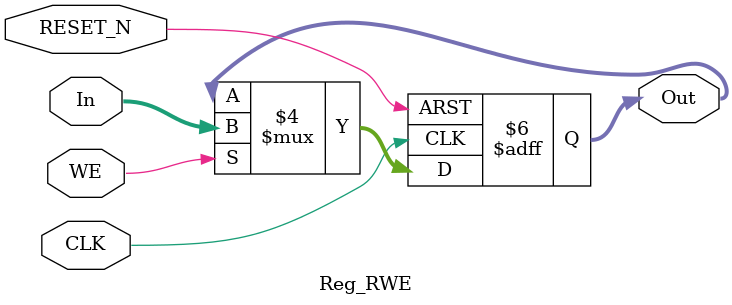
<source format=v>
module Reg_RWE  #(
	parameter W = 4
) (
	input 	wire [W-1:0] 	In,
	input 	wire 				WE,		// Write Enable
	input 	wire 				RESET_N,
	input 	wire 				CLK,
	output 	reg  [W-1:0]	Out
);

	initial
		Out = 0;


	always @ (negedge RESET_N or posedge CLK)
	begin

		if (!RESET_N)
			Out <= {W{1'b0}};

		else if (WE)
			Out <= In;
		
	end

endmodule



</source>
